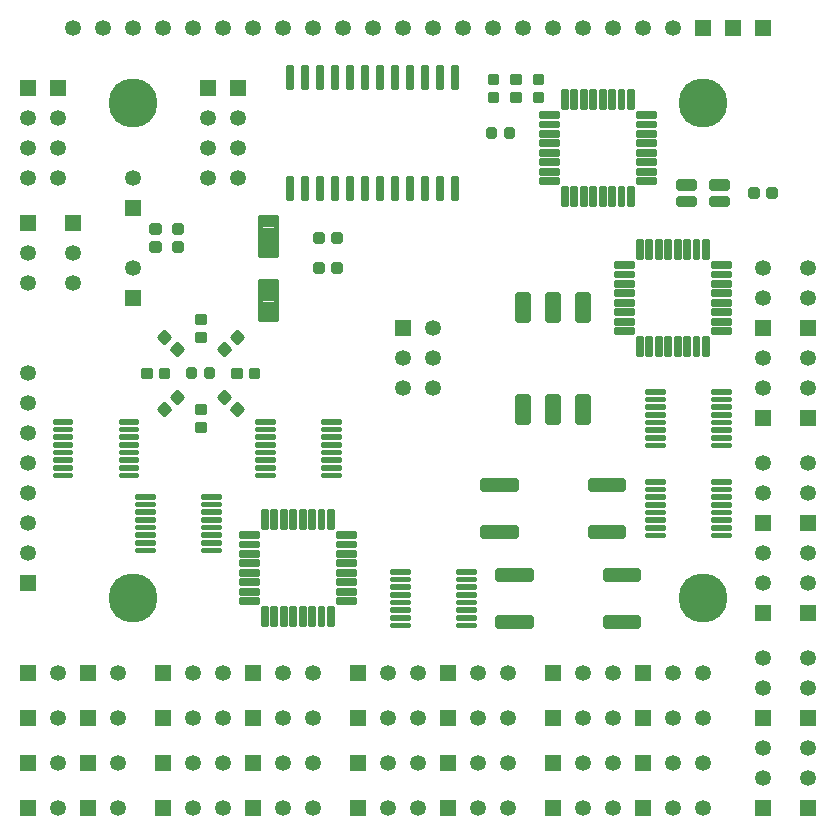
<source format=gts>
G75*
%MOIN*%
%OFA0B0*%
%FSLAX24Y24*%
%IPPOS*%
%LPD*%
%AMOC8*
5,1,8,0,0,1.08239X$1,22.5*
%
%ADD10R,0.0532X0.0532*%
%ADD11C,0.0532*%
%ADD12C,0.0128*%
%ADD13C,0.0089*%
%ADD14C,0.0138*%
%ADD15C,0.0094*%
%ADD16C,0.0187*%
%ADD17C,0.0227*%
%ADD18C,0.0185*%
%ADD19C,0.0172*%
%ADD20C,0.1635*%
%ADD21C,0.0250*%
D10*
X003871Y001550D03*
X003871Y003050D03*
X003871Y004550D03*
X003871Y006050D03*
X005871Y006050D03*
X005871Y004550D03*
X005871Y003050D03*
X005871Y001550D03*
X008371Y001550D03*
X008371Y003050D03*
X008371Y004550D03*
X008371Y006050D03*
X011371Y006050D03*
X011371Y004550D03*
X011371Y003050D03*
X011371Y001550D03*
X014871Y001550D03*
X014871Y003050D03*
X014871Y004550D03*
X014871Y006050D03*
X017871Y006050D03*
X017871Y004550D03*
X017871Y003050D03*
X017871Y001550D03*
X021371Y001550D03*
X021371Y003050D03*
X021371Y004550D03*
X021371Y006050D03*
X024371Y006050D03*
X024371Y004550D03*
X024371Y003050D03*
X024371Y001550D03*
X028371Y001550D03*
X029871Y001550D03*
X029871Y004550D03*
X028371Y004550D03*
X028371Y008050D03*
X029871Y008050D03*
X029871Y011050D03*
X028371Y011050D03*
X028371Y014550D03*
X029871Y014550D03*
X029871Y017550D03*
X028371Y017550D03*
X028371Y027550D03*
X027371Y027550D03*
X026371Y027550D03*
X016371Y017550D03*
X010871Y025550D03*
X009871Y025550D03*
X007371Y021550D03*
X005371Y021050D03*
X003871Y021050D03*
X007371Y018550D03*
X004871Y025550D03*
X003871Y025550D03*
X003871Y009050D03*
D11*
X003871Y010050D03*
X003871Y011050D03*
X003871Y012050D03*
X003871Y013050D03*
X003871Y014050D03*
X003871Y015050D03*
X003871Y016050D03*
X003871Y019050D03*
X003871Y020050D03*
X005371Y020050D03*
X005371Y019050D03*
X007371Y019550D03*
X007371Y022550D03*
X009871Y022550D03*
X010871Y022550D03*
X010871Y023550D03*
X010871Y024550D03*
X009871Y024550D03*
X009871Y023550D03*
X010371Y027550D03*
X011371Y027550D03*
X012371Y027550D03*
X013371Y027550D03*
X014371Y027550D03*
X015371Y027550D03*
X016371Y027550D03*
X017371Y027550D03*
X018371Y027550D03*
X019371Y027550D03*
X020371Y027550D03*
X021371Y027550D03*
X022371Y027550D03*
X023371Y027550D03*
X024371Y027550D03*
X025371Y027550D03*
X028371Y019550D03*
X028371Y018550D03*
X029871Y018550D03*
X029871Y019550D03*
X029871Y016550D03*
X029871Y015550D03*
X028371Y015550D03*
X028371Y016550D03*
X028371Y013050D03*
X028371Y012050D03*
X029871Y012050D03*
X029871Y013050D03*
X029871Y010050D03*
X029871Y009050D03*
X028371Y009050D03*
X028371Y010050D03*
X028371Y006550D03*
X028371Y005550D03*
X029871Y005550D03*
X029871Y006550D03*
X029871Y003550D03*
X029871Y002550D03*
X028371Y002550D03*
X028371Y003550D03*
X026371Y003050D03*
X025371Y003050D03*
X025371Y001550D03*
X026371Y001550D03*
X023371Y001550D03*
X022371Y001550D03*
X022371Y003050D03*
X023371Y003050D03*
X023371Y004550D03*
X022371Y004550D03*
X022371Y006050D03*
X023371Y006050D03*
X025371Y006050D03*
X026371Y006050D03*
X026371Y004550D03*
X025371Y004550D03*
X019871Y004550D03*
X018871Y004550D03*
X018871Y003050D03*
X019871Y003050D03*
X019871Y001550D03*
X018871Y001550D03*
X016871Y001550D03*
X015871Y001550D03*
X015871Y003050D03*
X016871Y003050D03*
X016871Y004550D03*
X015871Y004550D03*
X015871Y006050D03*
X016871Y006050D03*
X018871Y006050D03*
X019871Y006050D03*
X013371Y006050D03*
X012371Y006050D03*
X012371Y004550D03*
X013371Y004550D03*
X013371Y003050D03*
X012371Y003050D03*
X012371Y001550D03*
X013371Y001550D03*
X010371Y001550D03*
X009371Y001550D03*
X009371Y003050D03*
X010371Y003050D03*
X010371Y004550D03*
X009371Y004550D03*
X009371Y006050D03*
X010371Y006050D03*
X006871Y006050D03*
X006871Y004550D03*
X006871Y003050D03*
X006871Y001550D03*
X004871Y001550D03*
X004871Y003050D03*
X004871Y004550D03*
X004871Y006050D03*
X016371Y015550D03*
X017371Y015550D03*
X017371Y016550D03*
X017371Y017550D03*
X016371Y016550D03*
X004871Y022550D03*
X003871Y022550D03*
X003871Y023550D03*
X004871Y023550D03*
X004871Y024550D03*
X003871Y024550D03*
X005371Y027550D03*
X006371Y027550D03*
X007371Y027550D03*
X008371Y027550D03*
X009371Y027550D03*
D12*
X021537Y024716D02*
X021537Y024588D01*
X020975Y024588D01*
X020975Y024716D01*
X021537Y024716D01*
X021537Y024715D02*
X020975Y024715D01*
X021537Y024401D02*
X021537Y024273D01*
X020975Y024273D01*
X020975Y024401D01*
X021537Y024401D01*
X021537Y024400D02*
X020975Y024400D01*
X021537Y024086D02*
X021537Y023958D01*
X020975Y023958D01*
X020975Y024086D01*
X021537Y024086D01*
X021537Y024085D02*
X020975Y024085D01*
X021537Y023771D02*
X021537Y023643D01*
X020975Y023643D01*
X020975Y023771D01*
X021537Y023771D01*
X021537Y023770D02*
X020975Y023770D01*
X021537Y023457D02*
X021537Y023329D01*
X020975Y023329D01*
X020975Y023457D01*
X021537Y023457D01*
X021537Y023456D02*
X020975Y023456D01*
X021537Y023142D02*
X021537Y023014D01*
X020975Y023014D01*
X020975Y023142D01*
X021537Y023142D01*
X021537Y023141D02*
X020975Y023141D01*
X021537Y022827D02*
X021537Y022699D01*
X020975Y022699D01*
X020975Y022827D01*
X021537Y022827D01*
X021537Y022826D02*
X020975Y022826D01*
X021537Y022512D02*
X021537Y022384D01*
X020975Y022384D01*
X020975Y022512D01*
X021537Y022512D01*
X021537Y022511D02*
X020975Y022511D01*
X021704Y021655D02*
X021832Y021655D01*
X021704Y021655D02*
X021704Y022217D01*
X021832Y022217D01*
X021832Y021655D01*
X021832Y021782D02*
X021704Y021782D01*
X021704Y021909D02*
X021832Y021909D01*
X021832Y022036D02*
X021704Y022036D01*
X021704Y022163D02*
X021832Y022163D01*
X022019Y021655D02*
X022147Y021655D01*
X022019Y021655D02*
X022019Y022217D01*
X022147Y022217D01*
X022147Y021655D01*
X022147Y021782D02*
X022019Y021782D01*
X022019Y021909D02*
X022147Y021909D01*
X022147Y022036D02*
X022019Y022036D01*
X022019Y022163D02*
X022147Y022163D01*
X022334Y021655D02*
X022462Y021655D01*
X022334Y021655D02*
X022334Y022217D01*
X022462Y022217D01*
X022462Y021655D01*
X022462Y021782D02*
X022334Y021782D01*
X022334Y021909D02*
X022462Y021909D01*
X022462Y022036D02*
X022334Y022036D01*
X022334Y022163D02*
X022462Y022163D01*
X022649Y021655D02*
X022777Y021655D01*
X022649Y021655D02*
X022649Y022217D01*
X022777Y022217D01*
X022777Y021655D01*
X022777Y021782D02*
X022649Y021782D01*
X022649Y021909D02*
X022777Y021909D01*
X022777Y022036D02*
X022649Y022036D01*
X022649Y022163D02*
X022777Y022163D01*
X022964Y021655D02*
X023092Y021655D01*
X022964Y021655D02*
X022964Y022217D01*
X023092Y022217D01*
X023092Y021655D01*
X023092Y021782D02*
X022964Y021782D01*
X022964Y021909D02*
X023092Y021909D01*
X023092Y022036D02*
X022964Y022036D01*
X022964Y022163D02*
X023092Y022163D01*
X023279Y021655D02*
X023407Y021655D01*
X023279Y021655D02*
X023279Y022217D01*
X023407Y022217D01*
X023407Y021655D01*
X023407Y021782D02*
X023279Y021782D01*
X023279Y021909D02*
X023407Y021909D01*
X023407Y022036D02*
X023279Y022036D01*
X023279Y022163D02*
X023407Y022163D01*
X023594Y021655D02*
X023722Y021655D01*
X023594Y021655D02*
X023594Y022217D01*
X023722Y022217D01*
X023722Y021655D01*
X023722Y021782D02*
X023594Y021782D01*
X023594Y021909D02*
X023722Y021909D01*
X023722Y022036D02*
X023594Y022036D01*
X023594Y022163D02*
X023722Y022163D01*
X023909Y021655D02*
X024037Y021655D01*
X023909Y021655D02*
X023909Y022217D01*
X024037Y022217D01*
X024037Y021655D01*
X024037Y021782D02*
X023909Y021782D01*
X023909Y021909D02*
X024037Y021909D01*
X024037Y022036D02*
X023909Y022036D01*
X023909Y022163D02*
X024037Y022163D01*
X024766Y022384D02*
X024766Y022512D01*
X024766Y022384D02*
X024204Y022384D01*
X024204Y022512D01*
X024766Y022512D01*
X024766Y022511D02*
X024204Y022511D01*
X024766Y022699D02*
X024766Y022827D01*
X024766Y022699D02*
X024204Y022699D01*
X024204Y022827D01*
X024766Y022827D01*
X024766Y022826D02*
X024204Y022826D01*
X024766Y023014D02*
X024766Y023142D01*
X024766Y023014D02*
X024204Y023014D01*
X024204Y023142D01*
X024766Y023142D01*
X024766Y023141D02*
X024204Y023141D01*
X024766Y023329D02*
X024766Y023457D01*
X024766Y023329D02*
X024204Y023329D01*
X024204Y023457D01*
X024766Y023457D01*
X024766Y023456D02*
X024204Y023456D01*
X024766Y023643D02*
X024766Y023771D01*
X024766Y023643D02*
X024204Y023643D01*
X024204Y023771D01*
X024766Y023771D01*
X024766Y023770D02*
X024204Y023770D01*
X024766Y023958D02*
X024766Y024086D01*
X024766Y023958D02*
X024204Y023958D01*
X024204Y024086D01*
X024766Y024086D01*
X024766Y024085D02*
X024204Y024085D01*
X024766Y024273D02*
X024766Y024401D01*
X024766Y024273D02*
X024204Y024273D01*
X024204Y024401D01*
X024766Y024401D01*
X024766Y024400D02*
X024204Y024400D01*
X024766Y024588D02*
X024766Y024716D01*
X024766Y024588D02*
X024204Y024588D01*
X024204Y024716D01*
X024766Y024716D01*
X024766Y024715D02*
X024204Y024715D01*
X024037Y024883D02*
X023909Y024883D01*
X023909Y025445D01*
X024037Y025445D01*
X024037Y024883D01*
X024037Y025010D02*
X023909Y025010D01*
X023909Y025137D02*
X024037Y025137D01*
X024037Y025264D02*
X023909Y025264D01*
X023909Y025391D02*
X024037Y025391D01*
X023722Y024883D02*
X023594Y024883D01*
X023594Y025445D01*
X023722Y025445D01*
X023722Y024883D01*
X023722Y025010D02*
X023594Y025010D01*
X023594Y025137D02*
X023722Y025137D01*
X023722Y025264D02*
X023594Y025264D01*
X023594Y025391D02*
X023722Y025391D01*
X023407Y024883D02*
X023279Y024883D01*
X023279Y025445D01*
X023407Y025445D01*
X023407Y024883D01*
X023407Y025010D02*
X023279Y025010D01*
X023279Y025137D02*
X023407Y025137D01*
X023407Y025264D02*
X023279Y025264D01*
X023279Y025391D02*
X023407Y025391D01*
X023092Y024883D02*
X022964Y024883D01*
X022964Y025445D01*
X023092Y025445D01*
X023092Y024883D01*
X023092Y025010D02*
X022964Y025010D01*
X022964Y025137D02*
X023092Y025137D01*
X023092Y025264D02*
X022964Y025264D01*
X022964Y025391D02*
X023092Y025391D01*
X022777Y024883D02*
X022649Y024883D01*
X022649Y025445D01*
X022777Y025445D01*
X022777Y024883D01*
X022777Y025010D02*
X022649Y025010D01*
X022649Y025137D02*
X022777Y025137D01*
X022777Y025264D02*
X022649Y025264D01*
X022649Y025391D02*
X022777Y025391D01*
X022462Y024883D02*
X022334Y024883D01*
X022334Y025445D01*
X022462Y025445D01*
X022462Y024883D01*
X022462Y025010D02*
X022334Y025010D01*
X022334Y025137D02*
X022462Y025137D01*
X022462Y025264D02*
X022334Y025264D01*
X022334Y025391D02*
X022462Y025391D01*
X022147Y024883D02*
X022019Y024883D01*
X022019Y025445D01*
X022147Y025445D01*
X022147Y024883D01*
X022147Y025010D02*
X022019Y025010D01*
X022019Y025137D02*
X022147Y025137D01*
X022147Y025264D02*
X022019Y025264D01*
X022019Y025391D02*
X022147Y025391D01*
X021832Y024883D02*
X021704Y024883D01*
X021704Y025445D01*
X021832Y025445D01*
X021832Y024883D01*
X021832Y025010D02*
X021704Y025010D01*
X021704Y025137D02*
X021832Y025137D01*
X021832Y025264D02*
X021704Y025264D01*
X021704Y025391D02*
X021832Y025391D01*
X024204Y020445D02*
X024332Y020445D01*
X024332Y019883D01*
X024204Y019883D01*
X024204Y020445D01*
X024204Y020010D02*
X024332Y020010D01*
X024332Y020137D02*
X024204Y020137D01*
X024204Y020264D02*
X024332Y020264D01*
X024332Y020391D02*
X024204Y020391D01*
X024519Y020445D02*
X024647Y020445D01*
X024647Y019883D01*
X024519Y019883D01*
X024519Y020445D01*
X024519Y020010D02*
X024647Y020010D01*
X024647Y020137D02*
X024519Y020137D01*
X024519Y020264D02*
X024647Y020264D01*
X024647Y020391D02*
X024519Y020391D01*
X024834Y020445D02*
X024962Y020445D01*
X024962Y019883D01*
X024834Y019883D01*
X024834Y020445D01*
X024834Y020010D02*
X024962Y020010D01*
X024962Y020137D02*
X024834Y020137D01*
X024834Y020264D02*
X024962Y020264D01*
X024962Y020391D02*
X024834Y020391D01*
X025149Y020445D02*
X025277Y020445D01*
X025277Y019883D01*
X025149Y019883D01*
X025149Y020445D01*
X025149Y020010D02*
X025277Y020010D01*
X025277Y020137D02*
X025149Y020137D01*
X025149Y020264D02*
X025277Y020264D01*
X025277Y020391D02*
X025149Y020391D01*
X025464Y020445D02*
X025592Y020445D01*
X025592Y019883D01*
X025464Y019883D01*
X025464Y020445D01*
X025464Y020010D02*
X025592Y020010D01*
X025592Y020137D02*
X025464Y020137D01*
X025464Y020264D02*
X025592Y020264D01*
X025592Y020391D02*
X025464Y020391D01*
X025779Y020445D02*
X025907Y020445D01*
X025907Y019883D01*
X025779Y019883D01*
X025779Y020445D01*
X025779Y020010D02*
X025907Y020010D01*
X025907Y020137D02*
X025779Y020137D01*
X025779Y020264D02*
X025907Y020264D01*
X025907Y020391D02*
X025779Y020391D01*
X026094Y020445D02*
X026222Y020445D01*
X026222Y019883D01*
X026094Y019883D01*
X026094Y020445D01*
X026094Y020010D02*
X026222Y020010D01*
X026222Y020137D02*
X026094Y020137D01*
X026094Y020264D02*
X026222Y020264D01*
X026222Y020391D02*
X026094Y020391D01*
X026409Y020445D02*
X026537Y020445D01*
X026537Y019883D01*
X026409Y019883D01*
X026409Y020445D01*
X026409Y020010D02*
X026537Y020010D01*
X026537Y020137D02*
X026409Y020137D01*
X026409Y020264D02*
X026537Y020264D01*
X026537Y020391D02*
X026409Y020391D01*
X027266Y019716D02*
X027266Y019588D01*
X026704Y019588D01*
X026704Y019716D01*
X027266Y019716D01*
X027266Y019715D02*
X026704Y019715D01*
X027266Y019401D02*
X027266Y019273D01*
X026704Y019273D01*
X026704Y019401D01*
X027266Y019401D01*
X027266Y019400D02*
X026704Y019400D01*
X027266Y019086D02*
X027266Y018958D01*
X026704Y018958D01*
X026704Y019086D01*
X027266Y019086D01*
X027266Y019085D02*
X026704Y019085D01*
X027266Y018771D02*
X027266Y018643D01*
X026704Y018643D01*
X026704Y018771D01*
X027266Y018771D01*
X027266Y018770D02*
X026704Y018770D01*
X027266Y018457D02*
X027266Y018329D01*
X026704Y018329D01*
X026704Y018457D01*
X027266Y018457D01*
X027266Y018456D02*
X026704Y018456D01*
X027266Y018142D02*
X027266Y018014D01*
X026704Y018014D01*
X026704Y018142D01*
X027266Y018142D01*
X027266Y018141D02*
X026704Y018141D01*
X027266Y017827D02*
X027266Y017699D01*
X026704Y017699D01*
X026704Y017827D01*
X027266Y017827D01*
X027266Y017826D02*
X026704Y017826D01*
X027266Y017512D02*
X027266Y017384D01*
X026704Y017384D01*
X026704Y017512D01*
X027266Y017512D01*
X027266Y017511D02*
X026704Y017511D01*
X026537Y017217D02*
X026409Y017217D01*
X026537Y017217D02*
X026537Y016655D01*
X026409Y016655D01*
X026409Y017217D01*
X026409Y016782D02*
X026537Y016782D01*
X026537Y016909D02*
X026409Y016909D01*
X026409Y017036D02*
X026537Y017036D01*
X026537Y017163D02*
X026409Y017163D01*
X026222Y017217D02*
X026094Y017217D01*
X026222Y017217D02*
X026222Y016655D01*
X026094Y016655D01*
X026094Y017217D01*
X026094Y016782D02*
X026222Y016782D01*
X026222Y016909D02*
X026094Y016909D01*
X026094Y017036D02*
X026222Y017036D01*
X026222Y017163D02*
X026094Y017163D01*
X025907Y017217D02*
X025779Y017217D01*
X025907Y017217D02*
X025907Y016655D01*
X025779Y016655D01*
X025779Y017217D01*
X025779Y016782D02*
X025907Y016782D01*
X025907Y016909D02*
X025779Y016909D01*
X025779Y017036D02*
X025907Y017036D01*
X025907Y017163D02*
X025779Y017163D01*
X025592Y017217D02*
X025464Y017217D01*
X025592Y017217D02*
X025592Y016655D01*
X025464Y016655D01*
X025464Y017217D01*
X025464Y016782D02*
X025592Y016782D01*
X025592Y016909D02*
X025464Y016909D01*
X025464Y017036D02*
X025592Y017036D01*
X025592Y017163D02*
X025464Y017163D01*
X025277Y017217D02*
X025149Y017217D01*
X025277Y017217D02*
X025277Y016655D01*
X025149Y016655D01*
X025149Y017217D01*
X025149Y016782D02*
X025277Y016782D01*
X025277Y016909D02*
X025149Y016909D01*
X025149Y017036D02*
X025277Y017036D01*
X025277Y017163D02*
X025149Y017163D01*
X024962Y017217D02*
X024834Y017217D01*
X024962Y017217D02*
X024962Y016655D01*
X024834Y016655D01*
X024834Y017217D01*
X024834Y016782D02*
X024962Y016782D01*
X024962Y016909D02*
X024834Y016909D01*
X024834Y017036D02*
X024962Y017036D01*
X024962Y017163D02*
X024834Y017163D01*
X024647Y017217D02*
X024519Y017217D01*
X024647Y017217D02*
X024647Y016655D01*
X024519Y016655D01*
X024519Y017217D01*
X024519Y016782D02*
X024647Y016782D01*
X024647Y016909D02*
X024519Y016909D01*
X024519Y017036D02*
X024647Y017036D01*
X024647Y017163D02*
X024519Y017163D01*
X024332Y017217D02*
X024204Y017217D01*
X024332Y017217D02*
X024332Y016655D01*
X024204Y016655D01*
X024204Y017217D01*
X024204Y016782D02*
X024332Y016782D01*
X024332Y016909D02*
X024204Y016909D01*
X024204Y017036D02*
X024332Y017036D01*
X024332Y017163D02*
X024204Y017163D01*
X024037Y017384D02*
X024037Y017512D01*
X024037Y017384D02*
X023475Y017384D01*
X023475Y017512D01*
X024037Y017512D01*
X024037Y017511D02*
X023475Y017511D01*
X024037Y017699D02*
X024037Y017827D01*
X024037Y017699D02*
X023475Y017699D01*
X023475Y017827D01*
X024037Y017827D01*
X024037Y017826D02*
X023475Y017826D01*
X024037Y018014D02*
X024037Y018142D01*
X024037Y018014D02*
X023475Y018014D01*
X023475Y018142D01*
X024037Y018142D01*
X024037Y018141D02*
X023475Y018141D01*
X024037Y018329D02*
X024037Y018457D01*
X024037Y018329D02*
X023475Y018329D01*
X023475Y018457D01*
X024037Y018457D01*
X024037Y018456D02*
X023475Y018456D01*
X024037Y018643D02*
X024037Y018771D01*
X024037Y018643D02*
X023475Y018643D01*
X023475Y018771D01*
X024037Y018771D01*
X024037Y018770D02*
X023475Y018770D01*
X024037Y018958D02*
X024037Y019086D01*
X024037Y018958D02*
X023475Y018958D01*
X023475Y019086D01*
X024037Y019086D01*
X024037Y019085D02*
X023475Y019085D01*
X024037Y019273D02*
X024037Y019401D01*
X024037Y019273D02*
X023475Y019273D01*
X023475Y019401D01*
X024037Y019401D01*
X024037Y019400D02*
X023475Y019400D01*
X024037Y019588D02*
X024037Y019716D01*
X024037Y019588D02*
X023475Y019588D01*
X023475Y019716D01*
X024037Y019716D01*
X024037Y019715D02*
X023475Y019715D01*
X014037Y010883D02*
X013909Y010883D01*
X013909Y011445D01*
X014037Y011445D01*
X014037Y010883D01*
X014037Y011010D02*
X013909Y011010D01*
X013909Y011137D02*
X014037Y011137D01*
X014037Y011264D02*
X013909Y011264D01*
X013909Y011391D02*
X014037Y011391D01*
X013722Y010883D02*
X013594Y010883D01*
X013594Y011445D01*
X013722Y011445D01*
X013722Y010883D01*
X013722Y011010D02*
X013594Y011010D01*
X013594Y011137D02*
X013722Y011137D01*
X013722Y011264D02*
X013594Y011264D01*
X013594Y011391D02*
X013722Y011391D01*
X013407Y010883D02*
X013279Y010883D01*
X013279Y011445D01*
X013407Y011445D01*
X013407Y010883D01*
X013407Y011010D02*
X013279Y011010D01*
X013279Y011137D02*
X013407Y011137D01*
X013407Y011264D02*
X013279Y011264D01*
X013279Y011391D02*
X013407Y011391D01*
X013092Y010883D02*
X012964Y010883D01*
X012964Y011445D01*
X013092Y011445D01*
X013092Y010883D01*
X013092Y011010D02*
X012964Y011010D01*
X012964Y011137D02*
X013092Y011137D01*
X013092Y011264D02*
X012964Y011264D01*
X012964Y011391D02*
X013092Y011391D01*
X012777Y010883D02*
X012649Y010883D01*
X012649Y011445D01*
X012777Y011445D01*
X012777Y010883D01*
X012777Y011010D02*
X012649Y011010D01*
X012649Y011137D02*
X012777Y011137D01*
X012777Y011264D02*
X012649Y011264D01*
X012649Y011391D02*
X012777Y011391D01*
X012462Y010883D02*
X012334Y010883D01*
X012334Y011445D01*
X012462Y011445D01*
X012462Y010883D01*
X012462Y011010D02*
X012334Y011010D01*
X012334Y011137D02*
X012462Y011137D01*
X012462Y011264D02*
X012334Y011264D01*
X012334Y011391D02*
X012462Y011391D01*
X012147Y010883D02*
X012019Y010883D01*
X012019Y011445D01*
X012147Y011445D01*
X012147Y010883D01*
X012147Y011010D02*
X012019Y011010D01*
X012019Y011137D02*
X012147Y011137D01*
X012147Y011264D02*
X012019Y011264D01*
X012019Y011391D02*
X012147Y011391D01*
X011832Y010883D02*
X011704Y010883D01*
X011704Y011445D01*
X011832Y011445D01*
X011832Y010883D01*
X011832Y011010D02*
X011704Y011010D01*
X011704Y011137D02*
X011832Y011137D01*
X011832Y011264D02*
X011704Y011264D01*
X011704Y011391D02*
X011832Y011391D01*
X011537Y010716D02*
X011537Y010588D01*
X010975Y010588D01*
X010975Y010716D01*
X011537Y010716D01*
X011537Y010715D02*
X010975Y010715D01*
X011537Y010401D02*
X011537Y010273D01*
X010975Y010273D01*
X010975Y010401D01*
X011537Y010401D01*
X011537Y010400D02*
X010975Y010400D01*
X011537Y010086D02*
X011537Y009958D01*
X010975Y009958D01*
X010975Y010086D01*
X011537Y010086D01*
X011537Y010085D02*
X010975Y010085D01*
X011537Y009771D02*
X011537Y009643D01*
X010975Y009643D01*
X010975Y009771D01*
X011537Y009771D01*
X011537Y009770D02*
X010975Y009770D01*
X011537Y009457D02*
X011537Y009329D01*
X010975Y009329D01*
X010975Y009457D01*
X011537Y009457D01*
X011537Y009456D02*
X010975Y009456D01*
X011537Y009142D02*
X011537Y009014D01*
X010975Y009014D01*
X010975Y009142D01*
X011537Y009142D01*
X011537Y009141D02*
X010975Y009141D01*
X011537Y008827D02*
X011537Y008699D01*
X010975Y008699D01*
X010975Y008827D01*
X011537Y008827D01*
X011537Y008826D02*
X010975Y008826D01*
X011537Y008512D02*
X011537Y008384D01*
X010975Y008384D01*
X010975Y008512D01*
X011537Y008512D01*
X011537Y008511D02*
X010975Y008511D01*
X011704Y007655D02*
X011832Y007655D01*
X011704Y007655D02*
X011704Y008217D01*
X011832Y008217D01*
X011832Y007655D01*
X011832Y007782D02*
X011704Y007782D01*
X011704Y007909D02*
X011832Y007909D01*
X011832Y008036D02*
X011704Y008036D01*
X011704Y008163D02*
X011832Y008163D01*
X012019Y007655D02*
X012147Y007655D01*
X012019Y007655D02*
X012019Y008217D01*
X012147Y008217D01*
X012147Y007655D01*
X012147Y007782D02*
X012019Y007782D01*
X012019Y007909D02*
X012147Y007909D01*
X012147Y008036D02*
X012019Y008036D01*
X012019Y008163D02*
X012147Y008163D01*
X012334Y007655D02*
X012462Y007655D01*
X012334Y007655D02*
X012334Y008217D01*
X012462Y008217D01*
X012462Y007655D01*
X012462Y007782D02*
X012334Y007782D01*
X012334Y007909D02*
X012462Y007909D01*
X012462Y008036D02*
X012334Y008036D01*
X012334Y008163D02*
X012462Y008163D01*
X012649Y007655D02*
X012777Y007655D01*
X012649Y007655D02*
X012649Y008217D01*
X012777Y008217D01*
X012777Y007655D01*
X012777Y007782D02*
X012649Y007782D01*
X012649Y007909D02*
X012777Y007909D01*
X012777Y008036D02*
X012649Y008036D01*
X012649Y008163D02*
X012777Y008163D01*
X012964Y007655D02*
X013092Y007655D01*
X012964Y007655D02*
X012964Y008217D01*
X013092Y008217D01*
X013092Y007655D01*
X013092Y007782D02*
X012964Y007782D01*
X012964Y007909D02*
X013092Y007909D01*
X013092Y008036D02*
X012964Y008036D01*
X012964Y008163D02*
X013092Y008163D01*
X013279Y007655D02*
X013407Y007655D01*
X013279Y007655D02*
X013279Y008217D01*
X013407Y008217D01*
X013407Y007655D01*
X013407Y007782D02*
X013279Y007782D01*
X013279Y007909D02*
X013407Y007909D01*
X013407Y008036D02*
X013279Y008036D01*
X013279Y008163D02*
X013407Y008163D01*
X013594Y007655D02*
X013722Y007655D01*
X013594Y007655D02*
X013594Y008217D01*
X013722Y008217D01*
X013722Y007655D01*
X013722Y007782D02*
X013594Y007782D01*
X013594Y007909D02*
X013722Y007909D01*
X013722Y008036D02*
X013594Y008036D01*
X013594Y008163D02*
X013722Y008163D01*
X013909Y007655D02*
X014037Y007655D01*
X013909Y007655D02*
X013909Y008217D01*
X014037Y008217D01*
X014037Y007655D01*
X014037Y007782D02*
X013909Y007782D01*
X013909Y007909D02*
X014037Y007909D01*
X014037Y008036D02*
X013909Y008036D01*
X013909Y008163D02*
X014037Y008163D01*
X014766Y008384D02*
X014766Y008512D01*
X014766Y008384D02*
X014204Y008384D01*
X014204Y008512D01*
X014766Y008512D01*
X014766Y008511D02*
X014204Y008511D01*
X014766Y008699D02*
X014766Y008827D01*
X014766Y008699D02*
X014204Y008699D01*
X014204Y008827D01*
X014766Y008827D01*
X014766Y008826D02*
X014204Y008826D01*
X014766Y009014D02*
X014766Y009142D01*
X014766Y009014D02*
X014204Y009014D01*
X014204Y009142D01*
X014766Y009142D01*
X014766Y009141D02*
X014204Y009141D01*
X014766Y009329D02*
X014766Y009457D01*
X014766Y009329D02*
X014204Y009329D01*
X014204Y009457D01*
X014766Y009457D01*
X014766Y009456D02*
X014204Y009456D01*
X014766Y009643D02*
X014766Y009771D01*
X014766Y009643D02*
X014204Y009643D01*
X014204Y009771D01*
X014766Y009771D01*
X014766Y009770D02*
X014204Y009770D01*
X014766Y009958D02*
X014766Y010086D01*
X014766Y009958D02*
X014204Y009958D01*
X014204Y010086D01*
X014766Y010086D01*
X014766Y010085D02*
X014204Y010085D01*
X014766Y010273D02*
X014766Y010401D01*
X014766Y010273D02*
X014204Y010273D01*
X014204Y010401D01*
X014766Y010401D01*
X014766Y010400D02*
X014204Y010400D01*
X014766Y010588D02*
X014766Y010716D01*
X014766Y010588D02*
X014204Y010588D01*
X014204Y010716D01*
X014766Y010716D01*
X014766Y010715D02*
X014204Y010715D01*
D13*
X015977Y009491D02*
X015977Y009401D01*
X015977Y009491D02*
X016559Y009491D01*
X016559Y009401D01*
X015977Y009401D01*
X015977Y009489D02*
X016559Y009489D01*
X015977Y009235D02*
X015977Y009145D01*
X015977Y009235D02*
X016559Y009235D01*
X016559Y009145D01*
X015977Y009145D01*
X015977Y009233D02*
X016559Y009233D01*
X015977Y008979D02*
X015977Y008889D01*
X015977Y008979D02*
X016559Y008979D01*
X016559Y008889D01*
X015977Y008889D01*
X015977Y008977D02*
X016559Y008977D01*
X015977Y008723D02*
X015977Y008633D01*
X015977Y008723D02*
X016559Y008723D01*
X016559Y008633D01*
X015977Y008633D01*
X015977Y008721D02*
X016559Y008721D01*
X015977Y008467D02*
X015977Y008377D01*
X015977Y008467D02*
X016559Y008467D01*
X016559Y008377D01*
X015977Y008377D01*
X015977Y008465D02*
X016559Y008465D01*
X015977Y008211D02*
X015977Y008121D01*
X015977Y008211D02*
X016559Y008211D01*
X016559Y008121D01*
X015977Y008121D01*
X015977Y008209D02*
X016559Y008209D01*
X015977Y007955D02*
X015977Y007865D01*
X015977Y007955D02*
X016559Y007955D01*
X016559Y007865D01*
X015977Y007865D01*
X015977Y007953D02*
X016559Y007953D01*
X015977Y007699D02*
X015977Y007609D01*
X015977Y007699D02*
X016559Y007699D01*
X016559Y007609D01*
X015977Y007609D01*
X015977Y007697D02*
X016559Y007697D01*
X018182Y007699D02*
X018182Y007609D01*
X018182Y007699D02*
X018764Y007699D01*
X018764Y007609D01*
X018182Y007609D01*
X018182Y007697D02*
X018764Y007697D01*
X018182Y007865D02*
X018182Y007955D01*
X018764Y007955D01*
X018764Y007865D01*
X018182Y007865D01*
X018182Y007953D02*
X018764Y007953D01*
X018182Y008121D02*
X018182Y008211D01*
X018764Y008211D01*
X018764Y008121D01*
X018182Y008121D01*
X018182Y008209D02*
X018764Y008209D01*
X018182Y008377D02*
X018182Y008467D01*
X018764Y008467D01*
X018764Y008377D01*
X018182Y008377D01*
X018182Y008465D02*
X018764Y008465D01*
X018182Y008633D02*
X018182Y008723D01*
X018764Y008723D01*
X018764Y008633D01*
X018182Y008633D01*
X018182Y008721D02*
X018764Y008721D01*
X018182Y008889D02*
X018182Y008979D01*
X018764Y008979D01*
X018764Y008889D01*
X018182Y008889D01*
X018182Y008977D02*
X018764Y008977D01*
X018182Y009145D02*
X018182Y009235D01*
X018764Y009235D01*
X018764Y009145D01*
X018182Y009145D01*
X018182Y009233D02*
X018764Y009233D01*
X018182Y009401D02*
X018182Y009491D01*
X018764Y009491D01*
X018764Y009401D01*
X018182Y009401D01*
X018182Y009489D02*
X018764Y009489D01*
X014264Y012609D02*
X014264Y012699D01*
X014264Y012609D02*
X013682Y012609D01*
X013682Y012699D01*
X014264Y012699D01*
X014264Y012697D02*
X013682Y012697D01*
X014264Y012865D02*
X014264Y012955D01*
X014264Y012865D02*
X013682Y012865D01*
X013682Y012955D01*
X014264Y012955D01*
X014264Y012953D02*
X013682Y012953D01*
X014264Y013121D02*
X014264Y013211D01*
X014264Y013121D02*
X013682Y013121D01*
X013682Y013211D01*
X014264Y013211D01*
X014264Y013209D02*
X013682Y013209D01*
X014264Y013377D02*
X014264Y013467D01*
X014264Y013377D02*
X013682Y013377D01*
X013682Y013467D01*
X014264Y013467D01*
X014264Y013465D02*
X013682Y013465D01*
X014264Y013633D02*
X014264Y013723D01*
X014264Y013633D02*
X013682Y013633D01*
X013682Y013723D01*
X014264Y013723D01*
X014264Y013721D02*
X013682Y013721D01*
X014264Y013889D02*
X014264Y013979D01*
X014264Y013889D02*
X013682Y013889D01*
X013682Y013979D01*
X014264Y013979D01*
X014264Y013977D02*
X013682Y013977D01*
X014264Y014145D02*
X014264Y014235D01*
X014264Y014145D02*
X013682Y014145D01*
X013682Y014235D01*
X014264Y014235D01*
X014264Y014233D02*
X013682Y014233D01*
X014264Y014401D02*
X014264Y014491D01*
X014264Y014401D02*
X013682Y014401D01*
X013682Y014491D01*
X014264Y014491D01*
X014264Y014489D02*
X013682Y014489D01*
X012059Y014491D02*
X012059Y014401D01*
X011477Y014401D01*
X011477Y014491D01*
X012059Y014491D01*
X012059Y014489D02*
X011477Y014489D01*
X012059Y014235D02*
X012059Y014145D01*
X011477Y014145D01*
X011477Y014235D01*
X012059Y014235D01*
X012059Y014233D02*
X011477Y014233D01*
X012059Y013979D02*
X012059Y013889D01*
X011477Y013889D01*
X011477Y013979D01*
X012059Y013979D01*
X012059Y013977D02*
X011477Y013977D01*
X012059Y013723D02*
X012059Y013633D01*
X011477Y013633D01*
X011477Y013723D01*
X012059Y013723D01*
X012059Y013721D02*
X011477Y013721D01*
X012059Y013467D02*
X012059Y013377D01*
X011477Y013377D01*
X011477Y013467D01*
X012059Y013467D01*
X012059Y013465D02*
X011477Y013465D01*
X012059Y013211D02*
X012059Y013121D01*
X011477Y013121D01*
X011477Y013211D01*
X012059Y013211D01*
X012059Y013209D02*
X011477Y013209D01*
X012059Y012955D02*
X012059Y012865D01*
X011477Y012865D01*
X011477Y012955D01*
X012059Y012955D01*
X012059Y012953D02*
X011477Y012953D01*
X012059Y012699D02*
X012059Y012609D01*
X011477Y012609D01*
X011477Y012699D01*
X012059Y012699D01*
X012059Y012697D02*
X011477Y012697D01*
X009682Y011991D02*
X009682Y011901D01*
X009682Y011991D02*
X010264Y011991D01*
X010264Y011901D01*
X009682Y011901D01*
X009682Y011989D02*
X010264Y011989D01*
X009682Y011735D02*
X009682Y011645D01*
X009682Y011735D02*
X010264Y011735D01*
X010264Y011645D01*
X009682Y011645D01*
X009682Y011733D02*
X010264Y011733D01*
X009682Y011479D02*
X009682Y011389D01*
X009682Y011479D02*
X010264Y011479D01*
X010264Y011389D01*
X009682Y011389D01*
X009682Y011477D02*
X010264Y011477D01*
X009682Y011223D02*
X009682Y011133D01*
X009682Y011223D02*
X010264Y011223D01*
X010264Y011133D01*
X009682Y011133D01*
X009682Y011221D02*
X010264Y011221D01*
X009682Y010967D02*
X009682Y010877D01*
X009682Y010967D02*
X010264Y010967D01*
X010264Y010877D01*
X009682Y010877D01*
X009682Y010965D02*
X010264Y010965D01*
X009682Y010711D02*
X009682Y010621D01*
X009682Y010711D02*
X010264Y010711D01*
X010264Y010621D01*
X009682Y010621D01*
X009682Y010709D02*
X010264Y010709D01*
X009682Y010455D02*
X009682Y010365D01*
X009682Y010455D02*
X010264Y010455D01*
X010264Y010365D01*
X009682Y010365D01*
X009682Y010453D02*
X010264Y010453D01*
X009682Y010199D02*
X009682Y010109D01*
X009682Y010199D02*
X010264Y010199D01*
X010264Y010109D01*
X009682Y010109D01*
X009682Y010197D02*
X010264Y010197D01*
X007477Y010199D02*
X007477Y010109D01*
X007477Y010199D02*
X008059Y010199D01*
X008059Y010109D01*
X007477Y010109D01*
X007477Y010197D02*
X008059Y010197D01*
X007477Y010365D02*
X007477Y010455D01*
X008059Y010455D01*
X008059Y010365D01*
X007477Y010365D01*
X007477Y010453D02*
X008059Y010453D01*
X007477Y010621D02*
X007477Y010711D01*
X008059Y010711D01*
X008059Y010621D01*
X007477Y010621D01*
X007477Y010709D02*
X008059Y010709D01*
X007477Y010877D02*
X007477Y010967D01*
X008059Y010967D01*
X008059Y010877D01*
X007477Y010877D01*
X007477Y010965D02*
X008059Y010965D01*
X007477Y011133D02*
X007477Y011223D01*
X008059Y011223D01*
X008059Y011133D01*
X007477Y011133D01*
X007477Y011221D02*
X008059Y011221D01*
X007477Y011389D02*
X007477Y011479D01*
X008059Y011479D01*
X008059Y011389D01*
X007477Y011389D01*
X007477Y011477D02*
X008059Y011477D01*
X007477Y011645D02*
X007477Y011735D01*
X008059Y011735D01*
X008059Y011645D01*
X007477Y011645D01*
X007477Y011733D02*
X008059Y011733D01*
X007477Y011901D02*
X007477Y011991D01*
X008059Y011991D01*
X008059Y011901D01*
X007477Y011901D01*
X007477Y011989D02*
X008059Y011989D01*
X006932Y012609D02*
X006932Y012699D01*
X007514Y012699D01*
X007514Y012609D01*
X006932Y012609D01*
X006932Y012697D02*
X007514Y012697D01*
X006932Y012865D02*
X006932Y012955D01*
X007514Y012955D01*
X007514Y012865D01*
X006932Y012865D01*
X006932Y012953D02*
X007514Y012953D01*
X006932Y013121D02*
X006932Y013211D01*
X007514Y013211D01*
X007514Y013121D01*
X006932Y013121D01*
X006932Y013209D02*
X007514Y013209D01*
X006932Y013377D02*
X006932Y013467D01*
X007514Y013467D01*
X007514Y013377D01*
X006932Y013377D01*
X006932Y013465D02*
X007514Y013465D01*
X006932Y013633D02*
X006932Y013723D01*
X007514Y013723D01*
X007514Y013633D01*
X006932Y013633D01*
X006932Y013721D02*
X007514Y013721D01*
X006932Y013889D02*
X006932Y013979D01*
X007514Y013979D01*
X007514Y013889D01*
X006932Y013889D01*
X006932Y013977D02*
X007514Y013977D01*
X006932Y014145D02*
X006932Y014235D01*
X007514Y014235D01*
X007514Y014145D01*
X006932Y014145D01*
X006932Y014233D02*
X007514Y014233D01*
X006932Y014401D02*
X006932Y014491D01*
X007514Y014491D01*
X007514Y014401D01*
X006932Y014401D01*
X006932Y014489D02*
X007514Y014489D01*
X004727Y014491D02*
X004727Y014401D01*
X004727Y014491D02*
X005309Y014491D01*
X005309Y014401D01*
X004727Y014401D01*
X004727Y014489D02*
X005309Y014489D01*
X004727Y014235D02*
X004727Y014145D01*
X004727Y014235D02*
X005309Y014235D01*
X005309Y014145D01*
X004727Y014145D01*
X004727Y014233D02*
X005309Y014233D01*
X004727Y013979D02*
X004727Y013889D01*
X004727Y013979D02*
X005309Y013979D01*
X005309Y013889D01*
X004727Y013889D01*
X004727Y013977D02*
X005309Y013977D01*
X004727Y013723D02*
X004727Y013633D01*
X004727Y013723D02*
X005309Y013723D01*
X005309Y013633D01*
X004727Y013633D01*
X004727Y013721D02*
X005309Y013721D01*
X004727Y013467D02*
X004727Y013377D01*
X004727Y013467D02*
X005309Y013467D01*
X005309Y013377D01*
X004727Y013377D01*
X004727Y013465D02*
X005309Y013465D01*
X004727Y013211D02*
X004727Y013121D01*
X004727Y013211D02*
X005309Y013211D01*
X005309Y013121D01*
X004727Y013121D01*
X004727Y013209D02*
X005309Y013209D01*
X004727Y012955D02*
X004727Y012865D01*
X004727Y012955D02*
X005309Y012955D01*
X005309Y012865D01*
X004727Y012865D01*
X004727Y012953D02*
X005309Y012953D01*
X004727Y012699D02*
X004727Y012609D01*
X004727Y012699D02*
X005309Y012699D01*
X005309Y012609D01*
X004727Y012609D01*
X004727Y012697D02*
X005309Y012697D01*
X024477Y012491D02*
X024477Y012401D01*
X024477Y012491D02*
X025059Y012491D01*
X025059Y012401D01*
X024477Y012401D01*
X024477Y012489D02*
X025059Y012489D01*
X024477Y012235D02*
X024477Y012145D01*
X024477Y012235D02*
X025059Y012235D01*
X025059Y012145D01*
X024477Y012145D01*
X024477Y012233D02*
X025059Y012233D01*
X024477Y011979D02*
X024477Y011889D01*
X024477Y011979D02*
X025059Y011979D01*
X025059Y011889D01*
X024477Y011889D01*
X024477Y011977D02*
X025059Y011977D01*
X024477Y011723D02*
X024477Y011633D01*
X024477Y011723D02*
X025059Y011723D01*
X025059Y011633D01*
X024477Y011633D01*
X024477Y011721D02*
X025059Y011721D01*
X024477Y011467D02*
X024477Y011377D01*
X024477Y011467D02*
X025059Y011467D01*
X025059Y011377D01*
X024477Y011377D01*
X024477Y011465D02*
X025059Y011465D01*
X024477Y011211D02*
X024477Y011121D01*
X024477Y011211D02*
X025059Y011211D01*
X025059Y011121D01*
X024477Y011121D01*
X024477Y011209D02*
X025059Y011209D01*
X024477Y010955D02*
X024477Y010865D01*
X024477Y010955D02*
X025059Y010955D01*
X025059Y010865D01*
X024477Y010865D01*
X024477Y010953D02*
X025059Y010953D01*
X024477Y010699D02*
X024477Y010609D01*
X024477Y010699D02*
X025059Y010699D01*
X025059Y010609D01*
X024477Y010609D01*
X024477Y010697D02*
X025059Y010697D01*
X026682Y010699D02*
X026682Y010609D01*
X026682Y010699D02*
X027264Y010699D01*
X027264Y010609D01*
X026682Y010609D01*
X026682Y010697D02*
X027264Y010697D01*
X026682Y010865D02*
X026682Y010955D01*
X027264Y010955D01*
X027264Y010865D01*
X026682Y010865D01*
X026682Y010953D02*
X027264Y010953D01*
X026682Y011121D02*
X026682Y011211D01*
X027264Y011211D01*
X027264Y011121D01*
X026682Y011121D01*
X026682Y011209D02*
X027264Y011209D01*
X026682Y011377D02*
X026682Y011467D01*
X027264Y011467D01*
X027264Y011377D01*
X026682Y011377D01*
X026682Y011465D02*
X027264Y011465D01*
X026682Y011633D02*
X026682Y011723D01*
X027264Y011723D01*
X027264Y011633D01*
X026682Y011633D01*
X026682Y011721D02*
X027264Y011721D01*
X026682Y011889D02*
X026682Y011979D01*
X027264Y011979D01*
X027264Y011889D01*
X026682Y011889D01*
X026682Y011977D02*
X027264Y011977D01*
X026682Y012145D02*
X026682Y012235D01*
X027264Y012235D01*
X027264Y012145D01*
X026682Y012145D01*
X026682Y012233D02*
X027264Y012233D01*
X026682Y012401D02*
X026682Y012491D01*
X027264Y012491D01*
X027264Y012401D01*
X026682Y012401D01*
X026682Y012489D02*
X027264Y012489D01*
X026682Y013609D02*
X026682Y013699D01*
X027264Y013699D01*
X027264Y013609D01*
X026682Y013609D01*
X026682Y013697D02*
X027264Y013697D01*
X026682Y013865D02*
X026682Y013955D01*
X027264Y013955D01*
X027264Y013865D01*
X026682Y013865D01*
X026682Y013953D02*
X027264Y013953D01*
X026682Y014121D02*
X026682Y014211D01*
X027264Y014211D01*
X027264Y014121D01*
X026682Y014121D01*
X026682Y014209D02*
X027264Y014209D01*
X026682Y014377D02*
X026682Y014467D01*
X027264Y014467D01*
X027264Y014377D01*
X026682Y014377D01*
X026682Y014465D02*
X027264Y014465D01*
X026682Y014633D02*
X026682Y014723D01*
X027264Y014723D01*
X027264Y014633D01*
X026682Y014633D01*
X026682Y014721D02*
X027264Y014721D01*
X026682Y014889D02*
X026682Y014979D01*
X027264Y014979D01*
X027264Y014889D01*
X026682Y014889D01*
X026682Y014977D02*
X027264Y014977D01*
X026682Y015145D02*
X026682Y015235D01*
X027264Y015235D01*
X027264Y015145D01*
X026682Y015145D01*
X026682Y015233D02*
X027264Y015233D01*
X026682Y015401D02*
X026682Y015491D01*
X027264Y015491D01*
X027264Y015401D01*
X026682Y015401D01*
X026682Y015489D02*
X027264Y015489D01*
X024477Y015491D02*
X024477Y015401D01*
X024477Y015491D02*
X025059Y015491D01*
X025059Y015401D01*
X024477Y015401D01*
X024477Y015489D02*
X025059Y015489D01*
X024477Y015235D02*
X024477Y015145D01*
X024477Y015235D02*
X025059Y015235D01*
X025059Y015145D01*
X024477Y015145D01*
X024477Y015233D02*
X025059Y015233D01*
X024477Y014979D02*
X024477Y014889D01*
X024477Y014979D02*
X025059Y014979D01*
X025059Y014889D01*
X024477Y014889D01*
X024477Y014977D02*
X025059Y014977D01*
X024477Y014723D02*
X024477Y014633D01*
X024477Y014723D02*
X025059Y014723D01*
X025059Y014633D01*
X024477Y014633D01*
X024477Y014721D02*
X025059Y014721D01*
X024477Y014467D02*
X024477Y014377D01*
X024477Y014467D02*
X025059Y014467D01*
X025059Y014377D01*
X024477Y014377D01*
X024477Y014465D02*
X025059Y014465D01*
X024477Y014211D02*
X024477Y014121D01*
X024477Y014211D02*
X025059Y014211D01*
X025059Y014121D01*
X024477Y014121D01*
X024477Y014209D02*
X025059Y014209D01*
X024477Y013955D02*
X024477Y013865D01*
X024477Y013955D02*
X025059Y013955D01*
X025059Y013865D01*
X024477Y013865D01*
X024477Y013953D02*
X025059Y013953D01*
X024477Y013699D02*
X024477Y013609D01*
X024477Y013699D02*
X025059Y013699D01*
X025059Y013609D01*
X024477Y013609D01*
X024477Y013697D02*
X025059Y013697D01*
D14*
X018190Y022545D02*
X018052Y022545D01*
X018190Y022545D02*
X018190Y021855D01*
X018052Y021855D01*
X018052Y022545D01*
X018052Y021992D02*
X018190Y021992D01*
X018190Y022129D02*
X018052Y022129D01*
X018052Y022266D02*
X018190Y022266D01*
X018190Y022403D02*
X018052Y022403D01*
X018052Y022540D02*
X018190Y022540D01*
X017690Y022545D02*
X017552Y022545D01*
X017690Y022545D02*
X017690Y021855D01*
X017552Y021855D01*
X017552Y022545D01*
X017552Y021992D02*
X017690Y021992D01*
X017690Y022129D02*
X017552Y022129D01*
X017552Y022266D02*
X017690Y022266D01*
X017690Y022403D02*
X017552Y022403D01*
X017552Y022540D02*
X017690Y022540D01*
X017190Y022545D02*
X017052Y022545D01*
X017190Y022545D02*
X017190Y021855D01*
X017052Y021855D01*
X017052Y022545D01*
X017052Y021992D02*
X017190Y021992D01*
X017190Y022129D02*
X017052Y022129D01*
X017052Y022266D02*
X017190Y022266D01*
X017190Y022403D02*
X017052Y022403D01*
X017052Y022540D02*
X017190Y022540D01*
X016690Y022545D02*
X016552Y022545D01*
X016690Y022545D02*
X016690Y021855D01*
X016552Y021855D01*
X016552Y022545D01*
X016552Y021992D02*
X016690Y021992D01*
X016690Y022129D02*
X016552Y022129D01*
X016552Y022266D02*
X016690Y022266D01*
X016690Y022403D02*
X016552Y022403D01*
X016552Y022540D02*
X016690Y022540D01*
X016190Y022545D02*
X016052Y022545D01*
X016190Y022545D02*
X016190Y021855D01*
X016052Y021855D01*
X016052Y022545D01*
X016052Y021992D02*
X016190Y021992D01*
X016190Y022129D02*
X016052Y022129D01*
X016052Y022266D02*
X016190Y022266D01*
X016190Y022403D02*
X016052Y022403D01*
X016052Y022540D02*
X016190Y022540D01*
X015690Y022545D02*
X015552Y022545D01*
X015690Y022545D02*
X015690Y021855D01*
X015552Y021855D01*
X015552Y022545D01*
X015552Y021992D02*
X015690Y021992D01*
X015690Y022129D02*
X015552Y022129D01*
X015552Y022266D02*
X015690Y022266D01*
X015690Y022403D02*
X015552Y022403D01*
X015552Y022540D02*
X015690Y022540D01*
X015190Y022545D02*
X015052Y022545D01*
X015190Y022545D02*
X015190Y021855D01*
X015052Y021855D01*
X015052Y022545D01*
X015052Y021992D02*
X015190Y021992D01*
X015190Y022129D02*
X015052Y022129D01*
X015052Y022266D02*
X015190Y022266D01*
X015190Y022403D02*
X015052Y022403D01*
X015052Y022540D02*
X015190Y022540D01*
X014690Y022545D02*
X014552Y022545D01*
X014690Y022545D02*
X014690Y021855D01*
X014552Y021855D01*
X014552Y022545D01*
X014552Y021992D02*
X014690Y021992D01*
X014690Y022129D02*
X014552Y022129D01*
X014552Y022266D02*
X014690Y022266D01*
X014690Y022403D02*
X014552Y022403D01*
X014552Y022540D02*
X014690Y022540D01*
X014190Y022545D02*
X014052Y022545D01*
X014190Y022545D02*
X014190Y021855D01*
X014052Y021855D01*
X014052Y022545D01*
X014052Y021992D02*
X014190Y021992D01*
X014190Y022129D02*
X014052Y022129D01*
X014052Y022266D02*
X014190Y022266D01*
X014190Y022403D02*
X014052Y022403D01*
X014052Y022540D02*
X014190Y022540D01*
X013690Y022545D02*
X013552Y022545D01*
X013690Y022545D02*
X013690Y021855D01*
X013552Y021855D01*
X013552Y022545D01*
X013552Y021992D02*
X013690Y021992D01*
X013690Y022129D02*
X013552Y022129D01*
X013552Y022266D02*
X013690Y022266D01*
X013690Y022403D02*
X013552Y022403D01*
X013552Y022540D02*
X013690Y022540D01*
X013190Y022545D02*
X013052Y022545D01*
X013190Y022545D02*
X013190Y021855D01*
X013052Y021855D01*
X013052Y022545D01*
X013052Y021992D02*
X013190Y021992D01*
X013190Y022129D02*
X013052Y022129D01*
X013052Y022266D02*
X013190Y022266D01*
X013190Y022403D02*
X013052Y022403D01*
X013052Y022540D02*
X013190Y022540D01*
X012690Y022545D02*
X012552Y022545D01*
X012690Y022545D02*
X012690Y021855D01*
X012552Y021855D01*
X012552Y022545D01*
X012552Y021992D02*
X012690Y021992D01*
X012690Y022129D02*
X012552Y022129D01*
X012552Y022266D02*
X012690Y022266D01*
X012690Y022403D02*
X012552Y022403D01*
X012552Y022540D02*
X012690Y022540D01*
X012690Y026245D02*
X012552Y026245D01*
X012690Y026245D02*
X012690Y025555D01*
X012552Y025555D01*
X012552Y026245D01*
X012552Y025692D02*
X012690Y025692D01*
X012690Y025829D02*
X012552Y025829D01*
X012552Y025966D02*
X012690Y025966D01*
X012690Y026103D02*
X012552Y026103D01*
X012552Y026240D02*
X012690Y026240D01*
X013052Y026245D02*
X013190Y026245D01*
X013190Y025555D01*
X013052Y025555D01*
X013052Y026245D01*
X013052Y025692D02*
X013190Y025692D01*
X013190Y025829D02*
X013052Y025829D01*
X013052Y025966D02*
X013190Y025966D01*
X013190Y026103D02*
X013052Y026103D01*
X013052Y026240D02*
X013190Y026240D01*
X013552Y026245D02*
X013690Y026245D01*
X013690Y025555D01*
X013552Y025555D01*
X013552Y026245D01*
X013552Y025692D02*
X013690Y025692D01*
X013690Y025829D02*
X013552Y025829D01*
X013552Y025966D02*
X013690Y025966D01*
X013690Y026103D02*
X013552Y026103D01*
X013552Y026240D02*
X013690Y026240D01*
X014052Y026245D02*
X014190Y026245D01*
X014190Y025555D01*
X014052Y025555D01*
X014052Y026245D01*
X014052Y025692D02*
X014190Y025692D01*
X014190Y025829D02*
X014052Y025829D01*
X014052Y025966D02*
X014190Y025966D01*
X014190Y026103D02*
X014052Y026103D01*
X014052Y026240D02*
X014190Y026240D01*
X014552Y026245D02*
X014690Y026245D01*
X014690Y025555D01*
X014552Y025555D01*
X014552Y026245D01*
X014552Y025692D02*
X014690Y025692D01*
X014690Y025829D02*
X014552Y025829D01*
X014552Y025966D02*
X014690Y025966D01*
X014690Y026103D02*
X014552Y026103D01*
X014552Y026240D02*
X014690Y026240D01*
X015052Y026245D02*
X015190Y026245D01*
X015190Y025555D01*
X015052Y025555D01*
X015052Y026245D01*
X015052Y025692D02*
X015190Y025692D01*
X015190Y025829D02*
X015052Y025829D01*
X015052Y025966D02*
X015190Y025966D01*
X015190Y026103D02*
X015052Y026103D01*
X015052Y026240D02*
X015190Y026240D01*
X015552Y026245D02*
X015690Y026245D01*
X015690Y025555D01*
X015552Y025555D01*
X015552Y026245D01*
X015552Y025692D02*
X015690Y025692D01*
X015690Y025829D02*
X015552Y025829D01*
X015552Y025966D02*
X015690Y025966D01*
X015690Y026103D02*
X015552Y026103D01*
X015552Y026240D02*
X015690Y026240D01*
X016052Y026245D02*
X016190Y026245D01*
X016190Y025555D01*
X016052Y025555D01*
X016052Y026245D01*
X016052Y025692D02*
X016190Y025692D01*
X016190Y025829D02*
X016052Y025829D01*
X016052Y025966D02*
X016190Y025966D01*
X016190Y026103D02*
X016052Y026103D01*
X016052Y026240D02*
X016190Y026240D01*
X016552Y026245D02*
X016690Y026245D01*
X016690Y025555D01*
X016552Y025555D01*
X016552Y026245D01*
X016552Y025692D02*
X016690Y025692D01*
X016690Y025829D02*
X016552Y025829D01*
X016552Y025966D02*
X016690Y025966D01*
X016690Y026103D02*
X016552Y026103D01*
X016552Y026240D02*
X016690Y026240D01*
X017052Y026245D02*
X017190Y026245D01*
X017190Y025555D01*
X017052Y025555D01*
X017052Y026245D01*
X017052Y025692D02*
X017190Y025692D01*
X017190Y025829D02*
X017052Y025829D01*
X017052Y025966D02*
X017190Y025966D01*
X017190Y026103D02*
X017052Y026103D01*
X017052Y026240D02*
X017190Y026240D01*
X017552Y026245D02*
X017690Y026245D01*
X017690Y025555D01*
X017552Y025555D01*
X017552Y026245D01*
X017552Y025692D02*
X017690Y025692D01*
X017690Y025829D02*
X017552Y025829D01*
X017552Y025966D02*
X017690Y025966D01*
X017690Y026103D02*
X017552Y026103D01*
X017552Y026240D02*
X017690Y026240D01*
X018052Y026245D02*
X018190Y026245D01*
X018190Y025555D01*
X018052Y025555D01*
X018052Y026245D01*
X018052Y025692D02*
X018190Y025692D01*
X018190Y025829D02*
X018052Y025829D01*
X018052Y025966D02*
X018190Y025966D01*
X018190Y026103D02*
X018052Y026103D01*
X018052Y026240D02*
X018190Y026240D01*
D15*
X019231Y025985D02*
X019231Y025705D01*
X019231Y025985D02*
X019511Y025985D01*
X019511Y025705D01*
X019231Y025705D01*
X019231Y025798D02*
X019511Y025798D01*
X019511Y025891D02*
X019231Y025891D01*
X019231Y025984D02*
X019511Y025984D01*
X019981Y025985D02*
X019981Y025705D01*
X019981Y025985D02*
X020261Y025985D01*
X020261Y025705D01*
X019981Y025705D01*
X019981Y025798D02*
X020261Y025798D01*
X020261Y025891D02*
X019981Y025891D01*
X019981Y025984D02*
X020261Y025984D01*
X020731Y025985D02*
X020731Y025705D01*
X020731Y025985D02*
X021011Y025985D01*
X021011Y025705D01*
X020731Y025705D01*
X020731Y025798D02*
X021011Y025798D01*
X021011Y025891D02*
X020731Y025891D01*
X020731Y025984D02*
X021011Y025984D01*
X020731Y025395D02*
X020731Y025115D01*
X020731Y025395D02*
X021011Y025395D01*
X021011Y025115D01*
X020731Y025115D01*
X020731Y025208D02*
X021011Y025208D01*
X021011Y025301D02*
X020731Y025301D01*
X020731Y025394D02*
X021011Y025394D01*
X019981Y025395D02*
X019981Y025115D01*
X019981Y025395D02*
X020261Y025395D01*
X020261Y025115D01*
X019981Y025115D01*
X019981Y025208D02*
X020261Y025208D01*
X020261Y025301D02*
X019981Y025301D01*
X019981Y025394D02*
X020261Y025394D01*
X019231Y025395D02*
X019231Y025115D01*
X019231Y025395D02*
X019511Y025395D01*
X019511Y025115D01*
X019231Y025115D01*
X019231Y025208D02*
X019511Y025208D01*
X019511Y025301D02*
X019231Y025301D01*
X019231Y025394D02*
X019511Y025394D01*
X010829Y017456D02*
X010632Y017259D01*
X010829Y017456D02*
X011026Y017259D01*
X010829Y017062D01*
X010632Y017259D01*
X010736Y017155D02*
X010922Y017155D01*
X011015Y017248D02*
X010643Y017248D01*
X010714Y017341D02*
X010944Y017341D01*
X010851Y017434D02*
X010807Y017434D01*
X010412Y017038D02*
X010215Y016841D01*
X010412Y017038D02*
X010609Y016841D01*
X010412Y016644D01*
X010215Y016841D01*
X010319Y016737D02*
X010505Y016737D01*
X010598Y016830D02*
X010226Y016830D01*
X010297Y016923D02*
X010527Y016923D01*
X010434Y017016D02*
X010390Y017016D01*
X009481Y017115D02*
X009481Y017395D01*
X009761Y017395D01*
X009761Y017115D01*
X009481Y017115D01*
X009481Y017208D02*
X009761Y017208D01*
X009761Y017301D02*
X009481Y017301D01*
X009481Y017394D02*
X009761Y017394D01*
X009481Y017705D02*
X009481Y017985D01*
X009761Y017985D01*
X009761Y017705D01*
X009481Y017705D01*
X009481Y017798D02*
X009761Y017798D01*
X009761Y017891D02*
X009481Y017891D01*
X009481Y017984D02*
X009761Y017984D01*
X008632Y016841D02*
X008829Y016644D01*
X008632Y016841D02*
X008829Y017038D01*
X009026Y016841D01*
X008829Y016644D01*
X008922Y016737D02*
X008736Y016737D01*
X008643Y016830D02*
X009015Y016830D01*
X008944Y016923D02*
X008714Y016923D01*
X008807Y017016D02*
X008851Y017016D01*
X008412Y017062D02*
X008215Y017259D01*
X008412Y017456D01*
X008609Y017259D01*
X008412Y017062D01*
X008505Y017155D02*
X008319Y017155D01*
X008226Y017248D02*
X008598Y017248D01*
X008527Y017341D02*
X008297Y017341D01*
X008390Y017434D02*
X008434Y017434D01*
X008556Y015910D02*
X008276Y015910D01*
X008276Y016190D01*
X008556Y016190D01*
X008556Y015910D01*
X008556Y016003D02*
X008276Y016003D01*
X008276Y016096D02*
X008556Y016096D01*
X008556Y016189D02*
X008276Y016189D01*
X007965Y015910D02*
X007685Y015910D01*
X007685Y016190D01*
X007965Y016190D01*
X007965Y015910D01*
X007965Y016003D02*
X007685Y016003D01*
X007685Y016096D02*
X007965Y016096D01*
X007965Y016189D02*
X007685Y016189D01*
X008829Y015062D02*
X009026Y015259D01*
X008829Y015062D02*
X008632Y015259D01*
X008829Y015456D01*
X009026Y015259D01*
X008922Y015155D02*
X008736Y015155D01*
X008643Y015248D02*
X009015Y015248D01*
X008944Y015341D02*
X008714Y015341D01*
X008807Y015434D02*
X008851Y015434D01*
X008609Y014841D02*
X008412Y014644D01*
X008215Y014841D01*
X008412Y015038D01*
X008609Y014841D01*
X008505Y014737D02*
X008319Y014737D01*
X008226Y014830D02*
X008598Y014830D01*
X008527Y014923D02*
X008297Y014923D01*
X008390Y015016D02*
X008434Y015016D01*
X009761Y014985D02*
X009761Y014705D01*
X009481Y014705D01*
X009481Y014985D01*
X009761Y014985D01*
X009761Y014798D02*
X009481Y014798D01*
X009481Y014891D02*
X009761Y014891D01*
X009761Y014984D02*
X009481Y014984D01*
X009761Y014395D02*
X009761Y014115D01*
X009481Y014115D01*
X009481Y014395D01*
X009761Y014395D01*
X009761Y014208D02*
X009481Y014208D01*
X009481Y014301D02*
X009761Y014301D01*
X009761Y014394D02*
X009481Y014394D01*
X010412Y015456D02*
X010609Y015259D01*
X010412Y015062D01*
X010215Y015259D01*
X010412Y015456D01*
X010505Y015155D02*
X010319Y015155D01*
X010226Y015248D02*
X010598Y015248D01*
X010527Y015341D02*
X010297Y015341D01*
X010390Y015434D02*
X010434Y015434D01*
X010829Y015038D02*
X011026Y014841D01*
X010829Y014644D01*
X010632Y014841D01*
X010829Y015038D01*
X010922Y014737D02*
X010736Y014737D01*
X010643Y014830D02*
X011015Y014830D01*
X010944Y014923D02*
X010714Y014923D01*
X010807Y015016D02*
X010851Y015016D01*
X010965Y016190D02*
X010685Y016190D01*
X010965Y016190D02*
X010965Y015910D01*
X010685Y015910D01*
X010685Y016190D01*
X010685Y016003D02*
X010965Y016003D01*
X010965Y016096D02*
X010685Y016096D01*
X010685Y016189D02*
X010965Y016189D01*
X011276Y016190D02*
X011556Y016190D01*
X011556Y015910D01*
X011276Y015910D01*
X011276Y016190D01*
X011276Y016003D02*
X011556Y016003D01*
X011556Y016096D02*
X011276Y016096D01*
X011276Y016189D02*
X011556Y016189D01*
D16*
X026071Y021680D02*
X026071Y021868D01*
X026071Y021680D02*
X025567Y021680D01*
X025567Y021868D01*
X026071Y021868D01*
X026071Y021866D02*
X025567Y021866D01*
X026071Y022232D02*
X026071Y022420D01*
X026071Y022232D02*
X025567Y022232D01*
X025567Y022420D01*
X026071Y022420D01*
X026071Y022418D02*
X025567Y022418D01*
X027174Y022420D02*
X027174Y022232D01*
X026670Y022232D01*
X026670Y022420D01*
X027174Y022420D01*
X027174Y022418D02*
X026670Y022418D01*
X027174Y021868D02*
X027174Y021680D01*
X026670Y021680D01*
X026670Y021868D01*
X027174Y021868D01*
X027174Y021866D02*
X026670Y021866D01*
D17*
X023689Y012451D02*
X023689Y012223D01*
X022635Y012223D01*
X022635Y012451D01*
X023689Y012451D01*
X023689Y012449D02*
X022635Y012449D01*
X023689Y010877D02*
X023689Y010649D01*
X022635Y010649D01*
X022635Y010877D01*
X023689Y010877D01*
X023689Y010875D02*
X022635Y010875D01*
X024189Y009451D02*
X024189Y009223D01*
X023135Y009223D01*
X023135Y009451D01*
X024189Y009451D01*
X024189Y009449D02*
X023135Y009449D01*
X024189Y007877D02*
X024189Y007649D01*
X023135Y007649D01*
X023135Y007877D01*
X024189Y007877D01*
X024189Y007875D02*
X023135Y007875D01*
X020606Y007877D02*
X020606Y007649D01*
X019552Y007649D01*
X019552Y007877D01*
X020606Y007877D01*
X020606Y007875D02*
X019552Y007875D01*
X020606Y009223D02*
X020606Y009451D01*
X020606Y009223D02*
X019552Y009223D01*
X019552Y009451D01*
X020606Y009451D01*
X020606Y009449D02*
X019552Y009449D01*
X020106Y010649D02*
X020106Y010877D01*
X020106Y010649D02*
X019052Y010649D01*
X019052Y010877D01*
X020106Y010877D01*
X020106Y010875D02*
X019052Y010875D01*
X020106Y012223D02*
X020106Y012451D01*
X020106Y012223D02*
X019052Y012223D01*
X019052Y012451D01*
X020106Y012451D01*
X020106Y012449D02*
X019052Y012449D01*
D18*
X014264Y019442D02*
X014078Y019442D01*
X014078Y019658D01*
X014264Y019658D01*
X014264Y019442D01*
X014264Y019626D02*
X014078Y019626D01*
X013664Y019442D02*
X013478Y019442D01*
X013478Y019658D01*
X013664Y019658D01*
X013664Y019442D01*
X013664Y019626D02*
X013478Y019626D01*
X013478Y020442D02*
X013664Y020442D01*
X013478Y020442D02*
X013478Y020658D01*
X013664Y020658D01*
X013664Y020442D01*
X013664Y020626D02*
X013478Y020626D01*
X014078Y020442D02*
X014264Y020442D01*
X014078Y020442D02*
X014078Y020658D01*
X014264Y020658D01*
X014264Y020442D01*
X014264Y020626D02*
X014078Y020626D01*
X008979Y020757D02*
X008979Y020943D01*
X008979Y020757D02*
X008763Y020757D01*
X008763Y020943D01*
X008979Y020943D01*
X008979Y020941D02*
X008763Y020941D01*
X008229Y020943D02*
X008229Y020757D01*
X008013Y020757D01*
X008013Y020943D01*
X008229Y020943D01*
X008229Y020941D02*
X008013Y020941D01*
X008229Y020343D02*
X008229Y020157D01*
X008013Y020157D01*
X008013Y020343D01*
X008229Y020343D01*
X008229Y020341D02*
X008013Y020341D01*
X008979Y020343D02*
X008979Y020157D01*
X008763Y020157D01*
X008763Y020343D01*
X008979Y020343D01*
X008979Y020341D02*
X008763Y020341D01*
X009228Y016158D02*
X009414Y016158D01*
X009414Y015942D01*
X009228Y015942D01*
X009228Y016158D01*
X009228Y016126D02*
X009414Y016126D01*
X009828Y016158D02*
X010014Y016158D01*
X010014Y015942D01*
X009828Y015942D01*
X009828Y016158D01*
X009828Y016126D02*
X010014Y016126D01*
X019228Y024158D02*
X019414Y024158D01*
X019414Y023942D01*
X019228Y023942D01*
X019228Y024158D01*
X019228Y024126D02*
X019414Y024126D01*
X019828Y024158D02*
X020014Y024158D01*
X020014Y023942D01*
X019828Y023942D01*
X019828Y024158D01*
X019828Y024126D02*
X020014Y024126D01*
X027978Y022158D02*
X028164Y022158D01*
X028164Y021942D01*
X027978Y021942D01*
X027978Y022158D01*
X027978Y022126D02*
X028164Y022126D01*
X028578Y022158D02*
X028764Y022158D01*
X028764Y021942D01*
X028578Y021942D01*
X028578Y022158D01*
X028578Y022126D02*
X028764Y022126D01*
D19*
X012130Y019980D02*
X011612Y019980D01*
X011612Y021246D01*
X012130Y021246D01*
X012130Y019980D01*
X012130Y020151D02*
X011612Y020151D01*
X011612Y020322D02*
X012130Y020322D01*
X012130Y020493D02*
X011612Y020493D01*
X011612Y020664D02*
X012130Y020664D01*
X012130Y020835D02*
X011612Y020835D01*
X011612Y021006D02*
X012130Y021006D01*
X012130Y021177D02*
X011612Y021177D01*
X011612Y017854D02*
X012130Y017854D01*
X011612Y017854D02*
X011612Y019120D01*
X012130Y019120D01*
X012130Y017854D01*
X012130Y018025D02*
X011612Y018025D01*
X011612Y018196D02*
X012130Y018196D01*
X012130Y018367D02*
X011612Y018367D01*
X011612Y018538D02*
X012130Y018538D01*
X012130Y018709D02*
X011612Y018709D01*
X011612Y018880D02*
X012130Y018880D01*
X012130Y019051D02*
X011612Y019051D01*
D20*
X007371Y025050D03*
X007371Y008550D03*
X026371Y008550D03*
X026371Y025050D03*
D21*
X022496Y018635D02*
X022496Y017865D01*
X022246Y017865D01*
X022246Y018635D01*
X022496Y018635D01*
X022496Y018114D02*
X022246Y018114D01*
X022246Y018363D02*
X022496Y018363D01*
X022496Y018612D02*
X022246Y018612D01*
X021496Y018635D02*
X021496Y017865D01*
X021246Y017865D01*
X021246Y018635D01*
X021496Y018635D01*
X021496Y018114D02*
X021246Y018114D01*
X021246Y018363D02*
X021496Y018363D01*
X021496Y018612D02*
X021246Y018612D01*
X020496Y018635D02*
X020496Y017865D01*
X020246Y017865D01*
X020246Y018635D01*
X020496Y018635D01*
X020496Y018114D02*
X020246Y018114D01*
X020246Y018363D02*
X020496Y018363D01*
X020496Y018612D02*
X020246Y018612D01*
X020496Y015235D02*
X020496Y014465D01*
X020246Y014465D01*
X020246Y015235D01*
X020496Y015235D01*
X020496Y014714D02*
X020246Y014714D01*
X020246Y014963D02*
X020496Y014963D01*
X020496Y015212D02*
X020246Y015212D01*
X021496Y015235D02*
X021496Y014465D01*
X021246Y014465D01*
X021246Y015235D01*
X021496Y015235D01*
X021496Y014714D02*
X021246Y014714D01*
X021246Y014963D02*
X021496Y014963D01*
X021496Y015212D02*
X021246Y015212D01*
X022496Y015235D02*
X022496Y014465D01*
X022246Y014465D01*
X022246Y015235D01*
X022496Y015235D01*
X022496Y014714D02*
X022246Y014714D01*
X022246Y014963D02*
X022496Y014963D01*
X022496Y015212D02*
X022246Y015212D01*
M02*

</source>
